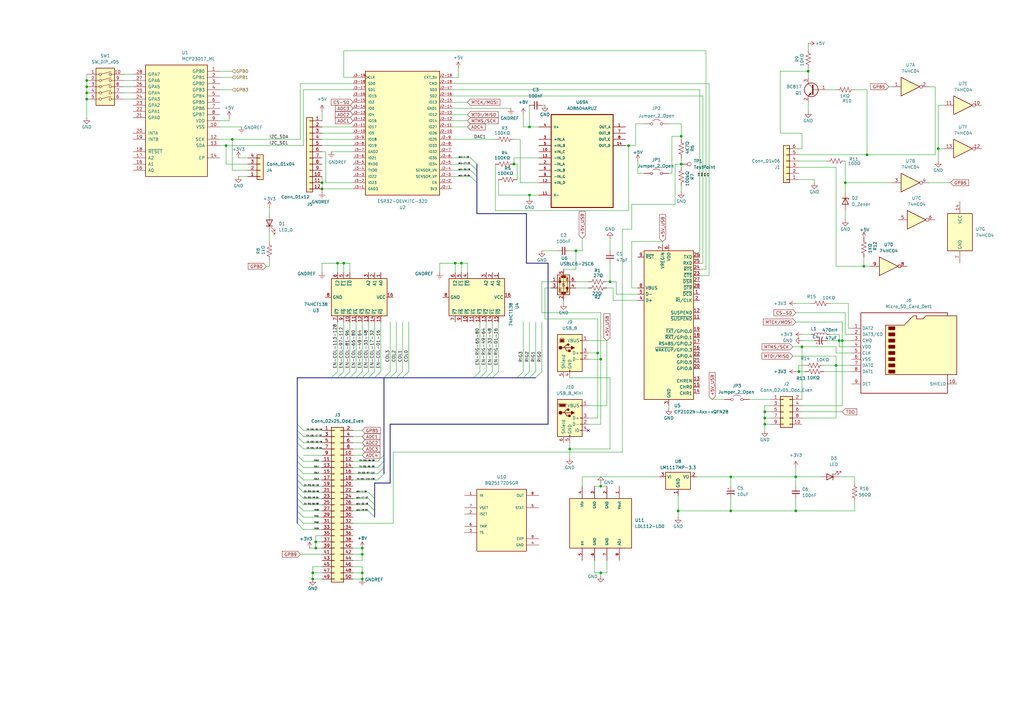
<source format=kicad_sch>
(kicad_sch (version 20250114) (generator "eeschema") (generator_version "9.0")
  (paper "A3")
  (junction (at 327.66 152.4))
  (junction (at 342.9 149.86))
  (junction (at 328.93 142.24))
  (junction (at 217.17 80.01))
  (junction (at 355.6 63.5))
  (junction (at 313.69 168.91))
  (junction (at 246.38 147.32))
  (junction (at 246.38 199.39))
  (junction (at 246.38 234.95))
  (junction (at 128.27 234.95))
  (junction (at 148.59 237.49))
  (junction (at 250.19 115.57))
  (junction (at 35.56 38.1))
  (junction (at 132.08 77.47))
  (junction (at 95.25 57.15))
  (junction (at 346.71 74.93))
  (junction (at 344.17 139.7))
  (junction (at 257.81 59.72))
  (junction (at 278.13 209.55))
  (junction (at 279.4 55.88))
  (junction (at 326.39 195.58))
  (junction (at 313.69 173.99))
  (junction (at 354.33 109.22))
  (junction (at 384.81 60.96))
  (junction (at 92.71 59.69))
  (junction (at 233.68 184.15))
  (junction (at 148.59 224.79))
  (junction (at 299.72 195.58))
  (junction (at 148.59 227.33))
  (junction (at 138.43 107.95))
  (junction (at 326.39 209.55))
  (junction (at 345.44 139.7))
  (junction (at 148.59 234.95))
  (junction (at 189.23 107.95))
  (junction (at 313.69 171.45))
  (junction (at 245.11 144.78))
  (junction (at 279.4 67.31))
  (junction (at 35.56 40.64))
  (junction (at 35.56 33.02))
  (junction (at 331.47 29.21))
  (junction (at 140.97 107.95))
  (junction (at 132.08 74.93))
  (junction (at 128.27 237.49))
  (junction (at 35.56 35.56))
  (junction (at 186.69 107.95))
  (junction (at 299.72 209.55))
  (junction (at 217.17 52.07))
  (junction (at 210.82 67.31))
  (junction (at 236.22 102.87))
  (junction (at 129.54 224.79))
  (junction (at 129.54 222.25))
  (no_connect (at 241.3 176.53))
  (bus_entry (at 217.17 152.4) (size -2.54 2.54))
  (bus_entry (at 167.64 152.4) (size -2.54 2.54))
  (bus_entry (at 121.92 212.09) (size 2.54 2.54))
  (bus_entry (at 156.21 152.4) (size -2.54 2.54))
  (bus_entry (at 121.92 204.47) (size 2.54 2.54))
  (bus_entry (at 121.92 209.55) (size 2.54 2.54))
  (bus_entry (at 165.1 152.4) (size -2.54 2.54))
  (bus_entry (at 154.94 196.85) (size 2.54 -2.54))
  (bus_entry (at 138.43 152.4) (size -2.54 2.54))
  (bus_entry (at 160.02 152.4) (size -2.54 2.54))
  (bus_entry (at 140.97 152.4) (size -2.54 2.54))
  (bus_entry (at 214.63 152.4) (size -2.54 2.54))
  (bus_entry (at 199.39 152.4) (size -2.54 2.54))
  (bus_entry (at 121.92 207.01) (size 2.54 2.54))
  (bus_entry (at 157.48 186.69) (size -2.54 2.54))
  (bus_entry (at 151.13 152.4) (size -2.54 2.54))
  (bus_entry (at 162.56 152.4) (size -2.54 2.54))
  (bus_entry (at 121.92 181.61) (size 2.54 2.54))
  (bus_entry (at 121.92 173.99) (size 2.54 2.54))
  (bus_entry (at 121.92 196.85) (size 2.54 2.54))
  (bus_entry (at 121.92 176.53) (size 2.54 2.54))
  (bus_entry (at 121.92 191.77) (size 2.54 2.54))
  (bus_entry (at 157.48 189.23) (size -2.54 2.54))
  (bus_entry (at 148.59 152.4) (size -2.54 2.54))
  (bus_entry (at 222.25 152.4) (size -2.54 2.54))
  (bus_entry (at 121.92 189.23) (size 2.54 2.54))
  (bus_entry (at 193.04 72.39) (size 2.54 2.54))
  (bus_entry (at 154.94 194.31) (size 2.54 -2.54))
  (bus_entry (at 201.93 152.4) (size -2.54 2.54))
  (bus_entry (at 193.04 64.77) (size 2.54 2.54))
  (bus_entry (at 151.13 201.93) (size 2.54 2.54))
  (bus_entry (at 143.51 152.4) (size -2.54 2.54))
  (bus_entry (at 193.04 69.85) (size 2.54 2.54))
  (bus_entry (at 151.13 204.47) (size 2.54 2.54))
  (bus_entry (at 121.92 199.39) (size 2.54 2.54))
  (bus_entry (at 204.47 152.4) (size -2.54 2.54))
  (bus_entry (at 153.67 152.4) (size -2.54 2.54))
  (bus_entry (at 146.05 152.4) (size -2.54 2.54))
  (bus_entry (at 151.13 209.55) (size 2.54 2.54))
  (bus_entry (at 121.92 214.63) (size 2.54 2.54))
  (bus_entry (at 219.71 152.4) (size -2.54 2.54))
  (bus_entry (at 121.92 186.69) (size 2.54 2.54))
  (bus_entry (at 121.92 201.93) (size 2.54 2.54))
  (bus_entry (at 193.04 67.31) (size 2.54 2.54))
  (bus_entry (at 196.85 152.4) (size -2.54 2.54))
  (bus_entry (at 121.92 194.31) (size 2.54 2.54))
  (bus_entry (at 151.13 207.01) (size 2.54 2.54))
  (bus_entry (at 121.92 179.07) (size 2.54 2.54))
  (wire (pts (xy 138.43 107.95) (xy 138.43 111.76)))
  (wire (pts (xy 222.25 132.08) (xy 222.25 152.4)))
  (wire (pts (xy 129.54 222.25) (xy 129.54 219.71)))
  (wire (pts (xy 347.98 134.62) (xy 347.98 124.46)))
  (wire (pts (xy 124.46 212.09) (xy 132.08 212.09)))
  (wire (pts (xy 325.12 146.05) (xy 342.9 146.05)))
  (wire (pts (xy 148.59 179.07) (xy 144.78 179.07)))
  (bus (pts (xy 121.92 201.93) (xy 121.92 204.47)))
  (wire (pts (xy 148.59 232.41) (xy 148.59 234.95)))
  (wire (pts (xy 339.09 139.7) (xy 344.17 139.7)))
  (wire (pts (xy 278.13 203.2) (xy 278.13 209.55)))
  (wire (pts (xy 135.89 62.23) (xy 144.78 62.23)))
  (wire (pts (xy 214.63 52.07) (xy 217.17 52.07)))
  (wire (pts (xy 261.62 123.19) (xy 251.46 123.19)))
  (bus (pts (xy 195.58 67.31) (xy 195.58 69.85)))
  (wire (pts (xy 327.66 68.58) (xy 342.9 68.58)))
  (wire (pts (xy 384.81 43.18) (xy 384.81 60.96)))
  (bus (pts (xy 199.39 154.94) (xy 201.93 154.94)))
  (wire (pts (xy 124.46 176.53) (xy 132.08 176.53)))
  (wire (pts (xy 222.25 102.87) (xy 228.6 102.87)))
  (wire (pts (xy 132.08 52.07) (xy 144.78 52.07)))
  (wire (pts (xy 101.6 69.85) (xy 95.25 69.85)))
  (wire (pts (xy 345.44 166.37) (xy 345.44 139.7)))
  (wire (pts (xy 132.08 45.72) (xy 132.08 49.53)))
  (wire (pts (xy 279.4 78.74) (xy 279.4 76.2)))
  (wire (pts (xy 144.78 237.49) (xy 148.59 237.49)))
  (bus (pts (xy 121.92 176.53) (xy 121.92 179.07)))
  (wire (pts (xy 350.52 209.55) (xy 326.39 209.55)))
  (bus (pts (xy 138.43 154.94) (xy 135.89 154.94)))
  (wire (pts (xy 132.08 74.93) (xy 132.08 77.47)))
  (bus (pts (xy 121.92 189.23) (xy 121.92 191.77)))
  (wire (pts (xy 50.8 33.02) (xy 54.61 33.02)))
  (wire (pts (xy 148.59 176.53) (xy 144.78 176.53)))
  (wire (pts (xy 213.36 74.93) (xy 213.36 57.15)))
  (wire (pts (xy 50.8 40.64) (xy 54.61 40.64)))
  (wire (pts (xy 238.76 102.87) (xy 236.22 102.87)))
  (wire (pts (xy 248.92 234.95) (xy 246.38 234.95)))
  (wire (pts (xy 313.69 171.45) (xy 316.23 171.45)))
  (bus (pts (xy 153.67 209.55) (xy 153.67 212.09)))
  (wire (pts (xy 275.59 71.12) (xy 274.32 71.12)))
  (wire (pts (xy 140.97 107.95) (xy 138.43 107.95)))
  (wire (pts (xy 144.78 204.47) (xy 151.13 204.47)))
  (wire (pts (xy 245.11 171.45) (xy 245.11 144.78)))
  (bus (pts (xy 157.48 186.69) (xy 157.48 189.23)))
  (wire (pts (xy 264.16 50.8) (xy 260.7086 50.8)))
  (wire (pts (xy 339.09 36.83) (xy 342.9 36.83)))
  (wire (pts (xy 148.59 181.61) (xy 144.78 181.61)))
  (wire (pts (xy 246.38 173.99) (xy 246.38 147.32)))
  (wire (pts (xy 334.01 73.66) (xy 327.66 73.66)))
  (wire (pts (xy 279.4 67.31) (xy 276.86 67.31)))
  (wire (pts (xy 245.11 130.81) (xy 245.11 144.78)))
  (wire (pts (xy 212.09 67.31) (xy 210.82 67.31)))
  (wire (pts (xy 35.56 35.56) (xy 35.56 38.1)))
  (wire (pts (xy 328.93 60.96) (xy 328.93 54.61)))
  (wire (pts (xy 259.08 93.98) (xy 255.27 93.98)))
  (wire (pts (xy 350.52 205.74) (xy 350.52 209.55)))
  (wire (pts (xy 123.19 34.29) (xy 144.78 34.29)))
  (wire (pts (xy 313.69 168.91) (xy 313.69 171.45)))
  (wire (pts (xy 124.46 184.15) (xy 132.08 184.15)))
  (wire (pts (xy 250.19 107.95) (xy 250.19 115.57)))
  (wire (pts (xy 196.85 132.08) (xy 196.85 152.4)))
  (wire (pts (xy 217.17 52.07) (xy 220.98 52.07)))
  (wire (pts (xy 327.66 63.5) (xy 355.6 63.5)))
  (wire (pts (xy 127 224.79) (xy 129.54 224.79)))
  (wire (pts (xy 326.39 152.4) (xy 327.66 152.4)))
  (wire (pts (xy 326.39 191.77) (xy 326.39 195.58)))
  (bus (pts (xy 157.48 191.77) (xy 157.48 194.31)))
  (wire (pts (xy 364.49 35.56) (xy 365.76 35.56)))
  (wire (pts (xy 275.59 55.88) (xy 275.59 71.12)))
  (wire (pts (xy 328.93 137.16) (xy 332.74 137.16)))
  (wire (pts (xy 123.19 227.33) (xy 132.08 227.33)))
  (wire (pts (xy 97.79 72.39) (xy 101.6 72.39)))
  (wire (pts (xy 326.39 128.27) (xy 346.71 128.27)))
  (bus (pts (xy 153.67 207.01) (xy 153.67 209.55)))
  (wire (pts (xy 124.46 186.69) (xy 132.08 186.69)))
  (wire (pts (xy 185.42 72.39) (xy 193.04 72.39)))
  (bus (pts (xy 121.92 194.31) (xy 121.92 196.85)))
  (wire (pts (xy 299.72 209.55) (xy 278.13 209.55)))
  (wire (pts (xy 236.22 102.87) (xy 236.22 110.49)))
  (wire (pts (xy 320.04 54.61) (xy 320.04 29.21)))
  (wire (pts (xy 354.33 105.41) (xy 354.33 109.22)))
  (wire (pts (xy 185.42 57.15) (xy 203.2 57.15)))
  (wire (pts (xy 331.47 45.72) (xy 331.47 41.91)))
  (wire (pts (xy 342.9 144.78) (xy 342.9 142.24)))
  (wire (pts (xy 226.06 118.11) (xy 223.52 118.11)))
  (wire (pts (xy 189.23 107.95) (xy 186.69 107.95)))
  (wire (pts (xy 250.19 184.15) (xy 233.68 184.15)))
  (wire (pts (xy 217.17 80.01) (xy 217.17 81.28)))
  (bus (pts (xy 157.48 154.94) (xy 153.67 154.94)))
  (wire (pts (xy 349.25 134.62) (xy 347.98 134.62)))
  (wire (pts (xy 97.79 64.77) (xy 101.6 64.77)))
  (wire (pts (xy 381 35.56) (xy 383.54 35.56)))
  (wire (pts (xy 50.8 30.48) (xy 54.61 30.48)))
  (bus (pts (xy 195.58 72.39) (xy 195.58 74.93)))
  (wire (pts (xy 123.19 57.15) (xy 123.19 34.29)))
  (wire (pts (xy 148.59 227.33) (xy 148.59 224.79)))
  (wire (pts (xy 199.39 132.08) (xy 199.39 152.4)))
  (wire (pts (xy 95.25 29.21) (xy 90.17 29.21)))
  (wire (pts (xy 344.17 137.16) (xy 344.17 139.7)))
  (wire (pts (xy 389.89 74.93) (xy 381 74.93)))
  (wire (pts (xy 328.93 60.96) (xy 327.66 60.96)))
  (wire (pts (xy 129.54 224.79) (xy 132.08 224.79)))
  (wire (pts (xy 50.8 35.56) (xy 54.61 35.56)))
  (bus (pts (xy 121.92 207.01) (xy 121.92 209.55)))
  (wire (pts (xy 185.42 69.85) (xy 193.04 69.85)))
  (wire (pts (xy 246.38 199.39) (xy 248.92 199.39)))
  (wire (pts (xy 260.7086 59.72) (xy 257.81 59.72)))
  (wire (pts (xy 246.38 128.27) (xy 246.38 147.32)))
  (wire (pts (xy 290.83 34.29) (xy 290.83 113.03)))
  (wire (pts (xy 327.66 152.4) (xy 330.2 152.4)))
  (wire (pts (xy 144.78 191.77) (xy 154.94 191.77)))
  (wire (pts (xy 140.97 31.75) (xy 144.78 31.75)))
  (wire (pts (xy 144.78 201.93) (xy 151.13 201.93)))
  (wire (pts (xy 124.46 199.39) (xy 132.08 199.39)))
  (wire (pts (xy 35.56 38.1) (xy 35.56 40.64)))
  (wire (pts (xy 185.42 46.99) (xy 191.77 46.99)))
  (wire (pts (xy 186.69 107.95) (xy 180.34 107.95)))
  (wire (pts (xy 236.22 115.57) (xy 241.3 115.57)))
  (wire (pts (xy 110.49 109.22) (xy 110.49 106.68)))
  (wire (pts (xy 299.72 195.58) (xy 326.39 195.58)))
  (wire (pts (xy 144.78 36.83) (xy 124.46 36.83)))
  (bus (pts (xy 201.93 154.94) (xy 212.09 154.94)))
  (wire (pts (xy 278.13 209.55) (xy 278.13 212.09)))
  (wire (pts (xy 217.17 43.18) (xy 217.17 52.07)))
  (wire (pts (xy 337.82 152.4) (xy 349.25 152.4)))
  (bus (pts (xy 160.02 154.94) (xy 157.48 154.94)))
  (wire (pts (xy 124.46 196.85) (xy 132.08 196.85)))
  (bus (pts (xy 199.39 154.94) (xy 196.85 154.94)))
  (wire (pts (xy 185.42 39.37) (xy 288.29 39.37)))
  (wire (pts (xy 185.42 49.53) (xy 191.77 49.53)))
  (wire (pts (xy 129.54 224.79) (xy 129.54 222.25)))
  (bus (pts (xy 219.71 154.94) (xy 217.17 154.94)))
  (wire (pts (xy 35.56 30.48) (xy 35.56 33.02)))
  (wire (pts (xy 328.93 168.91) (xy 345.44 168.91)))
  (wire (pts (xy 161.29 185.42) (xy 255.27 185.42)))
  (wire (pts (xy 144.78 57.15) (xy 132.08 57.15)))
  (wire (pts (xy 260.7086 50.8) (xy 260.7086 59.72)))
  (wire (pts (xy 241.3 173.99) (xy 246.38 173.99)))
  (bus (pts (xy 121.92 191.77) (xy 121.92 194.31)))
  (wire (pts (xy 327.66 149.86) (xy 327.66 152.4)))
  (wire (pts (xy 124.46 179.07) (xy 132.08 179.07)))
  (wire (pts (xy 355.6 36.83) (xy 355.6 63.5)))
  (wire (pts (xy 246.38 198.12) (xy 246.38 199.39)))
  (wire (pts (xy 187.96 31.75) (xy 187.96 27.94)))
  (wire (pts (xy 203.2 86.36) (xy 257.81 86.36)))
  (bus (pts (xy 165.1 154.94) (xy 194.31 154.94)))
  (wire (pts (xy 289.56 20.8204) (xy 289.56 110.49)))
  (wire (pts (xy 346.71 74.93) (xy 365.76 74.93)))
  (wire (pts (xy 340.36 124.46) (xy 347.98 124.46)))
  (wire (pts (xy 217.17 80.01) (xy 220.98 80.01)))
  (wire (pts (xy 148.59 184.15) (xy 144.78 184.15)))
  (wire (pts (xy 257.81 59.69) (xy 256.54 59.69)))
  (wire (pts (xy 299.72 204.47) (xy 299.72 209.55)))
  (bus (pts (xy 153.67 204.47) (xy 153.67 207.01)))
  (wire (pts (xy 342.9 149.86) (xy 342.9 171.45)))
  (wire (pts (xy 210.82 64.77) (xy 210.82 67.31)))
  (bus (pts (xy 121.92 204.47) (xy 121.92 207.01)))
  (wire (pts (xy 128.27 234.95) (xy 128.27 237.49)))
  (wire (pts (xy 148.59 132.08) (xy 148.59 152.4)))
  (wire (pts (xy 287.02 36.83) (xy 287.02 105.41)))
  (wire (pts (xy 241.3 166.37) (xy 248.92 166.37)))
  (wire (pts (xy 238.76 97.79) (xy 238.76 102.87)))
  (wire (pts (xy 259.08 118.11) (xy 259.08 99.06)))
  (wire (pts (xy 124.46 194.31) (xy 132.08 194.31)))
  (wire (pts (xy 204.47 80.01) (xy 217.17 80.01)))
  (wire (pts (xy 246.38 147.32) (xy 241.3 147.32)))
  (wire (pts (xy 129.54 219.71) (xy 132.08 219.71)))
  (wire (pts (xy 148.59 229.87) (xy 148.59 227.33)))
  (wire (pts (xy 299.72 199.39) (xy 299.72 195.58)))
  (wire (pts (xy 109.22 109.22) (xy 110.49 109.22)))
  (wire (pts (xy 144.78 194.31) (xy 154.94 194.31)))
  (wire (pts (xy 50.8 38.1) (xy 54.61 38.1)))
  (wire (pts (xy 201.93 132.08) (xy 201.93 152.4)))
  (wire (pts (xy 251.46 123.19) (xy 251.46 118.11)))
  (wire (pts (xy 124.46 36.83) (xy 124.46 59.69)))
  (wire (pts (xy 344.17 139.7) (xy 344.17 142.24)))
  (wire (pts (xy 261.62 120.65) (xy 252.73 120.65)))
  (wire (pts (xy 387.35 60.96) (xy 384.81 60.96)))
  (wire (pts (xy 124.46 209.55) (xy 132.08 209.55)))
  (wire (pts (xy 316.23 166.37) (xy 313.69 166.37)))
  (wire (pts (xy 101.6 67.31) (xy 92.71 67.31)))
  (wire (pts (xy 185.42 52.07) (xy 191.77 52.07)))
  (wire (pts (xy 132.08 232.41) (xy 128.27 232.41)))
  (wire (pts (xy 328.93 166.37) (xy 345.44 166.37)))
  (bus (pts (xy 214.63 154.94) (xy 212.09 154.94)))
  (wire (pts (xy 140.97 107.95) (xy 140.97 111.76)))
  (wire (pts (xy 345.44 139.7) (xy 345.44 132.08)))
  (wire (pts (xy 243.84 234.95) (xy 246.38 234.95)))
  (wire (pts (xy 326.39 132.08) (xy 345.44 132.08)))
  (wire (pts (xy 328.93 142.24) (xy 328.93 163.83)))
  (wire (pts (xy 241.3 144.78) (xy 245.11 144.78)))
  (bus (pts (xy 121.92 181.61) (xy 121.92 186.69)))
  (bus (pts (xy 140.97 154.94) (xy 138.43 154.94)))
  (bus (pts (xy 121.92 186.69) (xy 121.92 189.23)))
  (wire (pts (xy 346.71 74.93) (xy 346.71 78.74)))
  (wire (pts (xy 143.51 132.08) (xy 143.51 152.4)))
  (wire (pts (xy 124.46 214.63) (xy 132.08 214.63)))
  (wire (pts (xy 124.46 207.01) (xy 132.08 207.01)))
  (wire (pts (xy 354.33 109.22) (xy 356.87 109.22)))
  (wire (pts (xy 144.78 227.33) (xy 148.59 227.33)))
  (wire (pts (xy 250.19 115.57) (xy 248.92 115.57)))
  (wire (pts (xy 140.97 20.8204) (xy 289.56 20.8204)))
  (wire (pts (xy 128.27 232.41) (xy 128.27 234.95)))
  (wire (pts (xy 326.39 209.55) (xy 299.72 209.55)))
  (wire (pts (xy 346.71 137.16) (xy 346.71 128.27)))
  (wire (pts (xy 220.98 74.93) (xy 213.36 74.93)))
  (wire (pts (xy 279.4 55.88) (xy 275.59 55.88)))
  (wire (pts (xy 132.08 77.47) (xy 132.08 78.74)))
  (wire (pts (xy 313.69 171.45) (xy 313.69 173.99)))
  (wire (pts (xy 95.25 57.15) (xy 95.25 69.85)))
  (wire (pts (xy 129.54 222.25) (xy 132.08 222.25)))
  (wire (pts (xy 143.51 111.76) (xy 143.51 107.95)))
  (wire (pts (xy 185.42 44.45) (xy 209.55 44.45)))
  (bus (pts (xy 165.1 154.94) (xy 162.56 154.94)))
  (wire (pts (xy 191.77 107.95) (xy 189.23 107.95)))
  (wire (pts (xy 251.46 118.11) (xy 248.92 118.11)))
  (wire (pts (xy 326.39 204.47) (xy 326.39 209.55)))
  (wire (pts (xy 243.84 229.87) (xy 243.84 234.95)))
  (wire (pts (xy 328.93 171.45) (xy 342.9 171.45)))
  (wire (pts (xy 138.43 107.95) (xy 132.08 107.95)))
  (wire (pts (xy 185.42 36.83) (xy 287.02 36.83)))
  (wire (pts (xy 217.17 132.08) (xy 217.17 152.4)))
  (wire (pts (xy 331.47 29.21) (xy 331.47 31.75)))
  (wire (pts (xy 133.5814 74.93) (xy 144.78 74.93)))
  (wire (pts (xy 138.43 132.08) (xy 138.43 152.4)))
  (wire (pts (xy 326.39 124.46) (xy 332.74 124.46)))
  (wire (pts (xy 270.51 195.58) (xy 238.76 195.58)))
  (wire (pts (xy 124.46 59.69) (xy 92.71 59.69)))
  (wire (pts (xy 231.14 110.49) (xy 236.22 110.49)))
  (wire (pts (xy 144.78 196.85) (xy 154.94 196.85)))
  (wire (pts (xy 132.08 234.95) (xy 128.27 234.95)))
  (wire (pts (xy 124.46 201.93) (xy 132.08 201.93)))
  (wire (pts (xy 180.34 107.95) (xy 180.34 111.76)))
  (wire (pts (xy 328.93 139.7) (xy 334.01 139.7)))
  (wire (pts (xy 144.78 234.95) (xy 148.59 234.95)))
  (wire (pts (xy 279.4 67.31) (xy 279.4 68.58)))
  (wire (pts (xy 255.27 93.98) (xy 255.27 185.42)))
  (wire (pts (xy 344.17 137.16) (xy 340.36 137.16)))
  (wire (pts (xy 320.04 29.21) (xy 331.47 29.21)))
  (wire (pts (xy 95.25 31.75) (xy 90.17 31.75)))
  (wire (pts (xy 133.5814 62.23) (xy 133.5814 74.93)))
  (wire (pts (xy 252.73 120.65) (xy 252.73 115.57)))
  (wire (pts (xy 288.29 39.37) (xy 288.29 107.95)))
  (wire (pts (xy 313.69 173.99) (xy 313.69 176.53)))
  (bus (pts (xy 143.51 154.94) (xy 140.97 154.94)))
  (bus (pts (xy 135.89 154.94) (xy 121.92 154.94)))
  (bus (pts (xy 215.9 107.95) (xy 224.79 107.95)))
  (wire (pts (xy 292.1 163.83) (xy 297.18 163.83)))
  (wire (pts (xy 222.25 43.18) (xy 223.52 43.18)))
  (bus (pts (xy 121.92 154.94) (xy 121.92 173.99)))
  (wire (pts (xy 346.71 66.04) (xy 346.71 74.93)))
  (wire (pts (xy 330.2 149.86) (xy 327.66 149.86)))
  (wire (pts (xy 285.75 195.58) (xy 299.72 195.58)))
  (wire (pts (xy 383.54 63.5) (xy 355.6 63.5)))
  (wire (pts (xy 313.69 168.91) (xy 316.23 168.91)))
  (wire (pts (xy 140.97 20.8204) (xy 140.97 31.75)))
  (wire (pts (xy 279.4 50.8) (xy 279.4 55.88)))
  (wire (pts (xy 252.73 115.57) (xy 250.19 115.57)))
  (wire (pts (xy 219.71 132.08) (xy 219.71 152.4)))
  (wire (pts (xy 344.17 195.58) (xy 350.52 195.58)))
  (wire (pts (xy 328.93 142.24) (xy 342.9 142.24)))
  (wire (pts (xy 110.49 85.09) (xy 110.49 87.63)))
  (bus (pts (xy 121.92 209.55) (xy 121.92 212.09)))
  (wire (pts (xy 148.59 234.95) (xy 148.59 237.49)))
  (wire (pts (xy 90.17 57.15) (xy 95.25 57.15)))
  (wire (pts (xy 349.25 137.16) (xy 346.71 137.16)))
  (wire (pts (xy 124.46 204.47) (xy 132.08 204.47)))
  (bus (pts (xy 162.56 154.94) (xy 160.02 154.94)))
  (wire (pts (xy 144.78 214.63) (xy 161.29 214.63)))
  (wire (pts (xy 279.4 55.88) (xy 279.4 57.15)))
  (wire (pts (xy 220.98 64.77) (xy 210.82 64.77)))
  (bus (pts (xy 157.48 154.94) (xy 157.48 186.69)))
  (wire (pts (xy 132.08 107.95) (xy 132.08 111.76)))
  (wire (pts (xy 238.76 195.58) (xy 238.76 199.39)))
  (wire (pts (xy 342.9 109.22) (xy 354.33 109.22)))
  (wire (pts (xy 250.19 154.94) (xy 250.19 184.15)))
  (bus (pts (xy 196.85 154.94) (xy 194.31 154.94)))
  (bus (pts (xy 215.9 87.63) (xy 215.9 107.95)))
  (wire (pts (xy 384.81 60.96) (xy 384.81 66.04)))
  (wire (pts (xy 132.08 62.23) (xy 133.5814 62.23)))
  (wire (pts (xy 90.17 49.53) (xy 93.98 49.53)))
  (wire (pts (xy 248.92 229.87) (xy 248.92 234.95)))
  (wire (pts (xy 326.39 195.58) (xy 336.55 195.58)))
  (wire (pts (xy 261.62 66.04) (xy 261.62 71.12)))
  (wire (pts (xy 350.52 195.58) (xy 350.52 198.12)))
  (wire (pts (xy 383.54 35.56) (xy 383.54 63.5)))
  (wire (pts (xy 274.32 50.8) (xy 279.4 50.8)))
  (wire (pts (xy 203.2 67.31) (xy 203.2 86.36)))
  (wire (pts (xy 124.46 189.23) (xy 132.08 189.23)))
  (wire (pts (xy 257.81 59.72) (xy 257.81 59.69)))
  (wire (pts (xy 226.06 115.57) (xy 222.25 115.57)))
  (wire (pts (xy 124.46 191.77) (xy 132.08 191.77)))
  (wire (pts (xy 90.17 52.07) (xy 99.06 52.07)))
  (wire (pts (xy 144.78 209.55) (xy 151.13 209.55)))
  (wire (pts (xy 161.29 214.63) (xy 161.29 185.42)))
  (wire (pts (xy 325.12 142.24) (xy 328.93 142.24)))
  (wire (pts (xy 92.71 59.69) (xy 90.17 59.69)))
  (wire (pts (xy 243.84 199.39) (xy 246.38 199.39)))
  (wire (pts (xy 185.42 41.91) (xy 191.77 41.91)))
  (wire (pts (xy 95.25 57.15) (xy 123.19 57.15)))
  (wire (pts (xy 259.08 83.82) (xy 259.08 93.98)))
  (wire (pts (xy 110.49 95.25) (xy 110.49 99.06)))
  (wire (pts (xy 222.25 128.27) (xy 246.38 128.27)))
  (bus (pts (xy 153.67 154.94) (xy 151.13 154.94)))
  (bus (pts (xy 121.92 212.09) (xy 121.92 214.63)))
  (wire (pts (xy 167.64 132.08) (xy 167.64 152.4)))
  (wire (pts (xy 162.56 132.08) (xy 162.56 152.4)))
  (wire (pts (xy 261.62 71.12) (xy 264.16 71.12)))
  (bus (pts (xy 121.92 173.99) (xy 121.92 176.53)))
  (wire (pts (xy 212.09 73.66) (xy 212.09 67.31)))
  (wire (pts (xy 313.69 173.99) (xy 316.23 173.99)))
  (bus (pts (xy 224.79 107.95) (xy 224.79 173.99)))
  (wire (pts (xy 93.98 49.53) (xy 93.98 48.26)))
  (wire (pts (xy 231.14 123.19) (xy 231.14 124.46)))
  (wire (pts (xy 241.3 139.7) (xy 248.92 139.7)))
  (wire (pts (xy 144.78 189.23) (xy 154.94 189.23)))
  (wire (pts (xy 387.35 43.18) (xy 384.81 43.18)))
  (wire (pts (xy 307.34 163.83) (xy 316.23 163.83)))
  (wire (pts (xy 144.78 232.41) (xy 148.59 232.41)))
  (wire (pts (xy 151.13 132.08) (xy 151.13 152.4)))
  (wire (pts (xy 140.97 132.08) (xy 140.97 152.4)))
  (wire (pts (xy 214.63 132.08) (xy 214.63 152.4)))
  (wire (pts (xy 331.47 17.78) (xy 331.47 20.32)))
  (wire (pts (xy 349.25 139.7) (xy 345.44 139.7)))
  (wire (pts (xy 248.92 139.7) (xy 248.92 166.37)))
  (wire (pts (xy 35.56 40.64) (xy 35.56 48.26)))
  (wire (pts (xy 144.78 207.01) (xy 151.13 207.01)))
  (wire (pts (xy 143.51 107.95) (xy 140.97 107.95)))
  (wire (pts (xy 214.63 46.99) (xy 214.63 52.07)))
  (wire (pts (xy 246.38 236.22) (xy 246.38 234.95)))
  (bus (pts (xy 195.58 74.93) (xy 195.58 87.63)))
  (wire (pts (xy 204.47 73.66) (xy 204.47 80.01)))
  (wire (pts (xy 189.23 107.95) (xy 189.23 111.76)))
  (bus (pts (xy 146.05 154.94) (xy 143.51 154.94)))
  (wire (pts (xy 222.25 115.57) (xy 222.25 128.27)))
  (wire (pts (xy 342.9 68.58) (xy 342.9 109.22)))
  (wire (pts (xy 257.81 86.36) (xy 257.81 59.72)))
  (wire (pts (xy 287.02 107.95) (xy 288.29 107.95)))
  (wire (pts (xy 165.1 132.08) (xy 165.1 152.4)))
  (wire (pts (xy 185.42 31.75) (xy 187.96 31.75)))
  (wire (pts (xy 350.52 36.83) (xy 355.6 36.83)))
  (wire (pts (xy 276.86 83.82) (xy 259.08 83.82)))
  (wire (pts (xy 146.05 132.08) (xy 146.05 152.4)))
  (wire (pts (xy 346.71 90.17) (xy 346.71 86.36)))
  (wire (pts (xy 185.42 67.31) (xy 193.04 67.31)))
  (wire (pts (xy 261.62 118.11) (xy 259.08 118.11)))
  (bus (pts (xy 160.02 198.12) (xy 153.67 198.12)))
  (bus (pts (xy 160.02 173.99) (xy 160.02 198.12)))
  (wire (pts (xy 279.4 64.77) (xy 279.4 67.31)))
  (bus (pts (xy 195.58 69.85) (xy 195.58 72.39)))
  (bus (pts (xy 148.59 154.94) (xy 146.05 154.94)))
  (wire (pts (xy 233.68 184.15) (xy 233.68 187.96)))
  (wire (pts (xy 144.78 229.87) (xy 148.59 229.87)))
  (bus (pts (xy 217.17 154.94) (xy 214.63 154.94)))
  (wire (pts (xy 241.3 171.45) (xy 245.11 171.45)))
  (wire (pts (xy 92.71 67.31) (xy 92.71 59.69)))
  (wire (pts (xy 223.52 118.11) (xy 223.52 130.81)))
  (bus (pts (xy 151.13 154.94) (xy 148.59 154.94)))
  (bus (pts (xy 121.92 179.07) (xy 121.92 181.61)))
  (wire (pts (xy 342.9 144.78) (xy 349.25 144.78)))
  (wire (pts (xy 271.78 99.06) (xy 271.78 100.33)))
  (wire (pts (xy 313.69 166.37) (xy 313.69 168.91)))
  (wire (pts (xy 276.86 67.31) (xy 276.86 83.82)))
  (wire (pts (xy 250.19 97.79) (xy 250.19 102.87)))
  (wire (pts (xy 144.78 54.61) (xy 132.08 54.61)))
  (wire (pts (xy 95.25 36.83) (xy 90.17 36.83)))
  (wire (pts (xy 213.36 57.15) (xy 210.82 57.15)))
  (wire (pts (xy 326.39 199.39) (xy 326.39 195.58)))
  (wire (pts (xy 328.93 54.61) (xy 320.04 54.61)))
  (wire (pts (xy 290.83 34.29) (xy 185.42 34.29)))
  (wire (pts (xy 337.82 149.86) (xy 342.9 149.86)))
  (wire (pts (xy 128.27 237.49) (xy 132.08 237.49)))
  (wire (pts (xy 35.56 33.02) (xy 35.56 35.56)))
  (wire (pts (xy 289.56 110.49) (xy 287.02 110.49)))
  (bus (pts (xy 160.02 173.99) (xy 224.79 173.99)))
  (wire (pts (xy 287.02 113.03) (xy 290.83 113.03)))
  (bus (pts (xy 121.92 196.85) (xy 121.92 199.39)))
  (wire (pts (xy 156.21 132.08) (xy 156.21 152.4)))
  (wire (pts (xy 132.08 72.39) (xy 132.08 74.93)))
  (wire (pts (xy 342.9 149.86) (xy 342.9 146.05)))
  (wire (pts (xy 185.42 64.77) (xy 193.04 64.77)))
  (wire (pts (xy 274.32 166.37) (xy 274.32 167.64)))
  (wire (pts (xy 144.78 224.79) (xy 148.59 224.79)))
  (wire (pts (xy 124.46 181.61) (xy 132.08 181.61)))
  (wire (pts (xy 349.25 142.24) (xy 344.17 142.24)))
  (wire (pts (xy 144.78 59.69) (xy 132.08 59.69)))
  (wire (pts (xy 191.77 111.76) (xy 191.77 107.95)))
  (wire (pts (xy 144.78 186.69) (xy 148.59 186.69)))
  (wire (pts (xy 233.68 184.15) (xy 233.68 181.61)))
  (bus (pts (xy 195.58 87.63) (xy 215.9 87.63)))
  (wire (pts (xy 132.08 77.47) (xy 144.78 77.47)))
  (wire (pts (xy 223.52 130.81) (xy 245.11 130.81)))
  (bus (pts (xy 121.92 199.39) (xy 121.92 201.93)))
  (wire (pts (xy 186.69 107.95) (xy 186.69 111.76)))
  (wire (pts (xy 124.46 217.17) (xy 132.08 217.17)))
  (wire (pts (xy 259.08 99.06) (xy 271.78 99.06)))
  (bus (pts (xy 153.67 198.12) (xy 153.67 204.47)))
  (wire (pts (xy 342.9 149.86) (xy 349.25 149.86)))
  (wire (pts (xy 160.02 132.08) (xy 160.02 152.4)))
  (wire (pts (xy 241.3 118.11) (xy 236.22 118.11)))
  (wire (pts (xy 327.66 66.04) (xy 339.09 66.04)))
  (wire (pts (xy 153.67 132.08) (xy 153.67 152.4)))
  (wire (pts (xy 204.47 132.08) (xy 204.47 152.4)))
  (wire (pts (xy 233.68 154.94) (xy 250.19 154.94)))
  (wire (pts (xy 331.47 27.94) (xy 331.47 29.21)))
  (wire (pts (xy 334.01 74.93) (xy 334.01 73.66)))
  (wire (pts (xy 233.68 102.87) (xy 236.22 102.87)))
  (bus (pts (xy 157.48 189.23) (xy 157.48 191.77)))
  (label "RIG2" (at 217.17 148.59 90))
  (label "EN-COL-33-48" (at 125.73 181.61 0) (effects (font (size 0.508 0.508))))
  (label "EN-COL-97-112" (at 153.67 194.31 180) (effects (font (size 0.508 0.508))))
  (label "actv-49-64" (at 146.05 209.55 0) (effects (font (size 0.508 0.508))))
  (label "EN-COL-17-32" (at 132.08 179.07 180) (effects (font (size 0.508 0.508))))
  (label "CTS" (at 290.83 72.39 90) (effects (font (size 0.508 0.508))))
  (label "EN-RIG-01-16" (at 204.47 149.86 90))
  (label "EN-COL-65-80" (at 146.05 151.13 90))
  (label "EN-COL-81-96" (at 153.67 191.77 180) (effects (font (size 0.508 0.508))))
  (label "I2C_SDA" (at 110.49 57.15 0))
  (label "EN-RIG-65-80" (at 130.81 207.01 180) (effects (font (size 0.508 0.508))))
  (label "EN-COL-97-112" (at 140.97 151.13 90))
  (label "EN-RIG-65-80" (at 196.85 149.86 90))
  (label "EN-RIG-49-64" (at 199.39 149.86 90))
  (label "actv-1-16" (at 187.96 64.77 0) (effects (font (size 0.508 0.508))))
  (label "COL2" (at 162.56 148.59 90))
  (label "COL0" (at 130.81 189.23 180) (effects (font (size 0.508 0.508))))
  (label "TXD" (at 287.02 72.39 90) (effects (font (size 0.508 0.508))))
  (label "actv-33-48" (at 146.05 207.01 0) (effects (font (size 0.508 0.508))))
  (label "RXD" (at 288.29 72.39 90) (effects (font (size 0.508 0.508))))
  (label "RIG3" (at 214.63 148.59 90))
  (label "RIG1" (at 130.81 212.09 180) (effects (font (size 0.508 0.508))))
  (label "EN-RIG-01-16" (at 130.81 199.39 180) (effects (font (size 0.508 0.508))))
  (label "EN-COL-49-64" (at 148.59 151.13 90))
  (label "EN-COL-49-64" (at 125.73 184.15 0) (effects (font (size 0.508 0.508))))
  (label "actv-17-32" (at 146.05 204.47 0) (effects (font (size 0.508 0.508))))
  (label "RIG3" (at 130.81 217.17 180) (effects (font (size 0.508 0.508))))
  (label "COL3" (at 160.02 148.59 90))
  (label "I2C_SCL" (at 110.49 59.69 0))
  (label "COL1" (at 130.81 191.77 180) (effects (font (size 0.508 0.508))))
  (label "EN-RIG-49-64" (at 130.81 204.47 180) (effects (font (size 0.508 0.508))))
  (label "actv-1-16" (at 146.05 201.93 0) (effects (font (size 0.508 0.508))))
  (label "EN-COL-113-128" (at 153.67 196.85 180) (effects (font (size 0.508 0.508))))
  (label "actv-33-48" (at 187.96 69.85 0) (effects (font (size 0.508 0.508))))
  (label "RIG1" (at 219.71 148.59 90))
  (label "RIG2" (at 130.81 214.63 180) (effects (font (size 0.508 0.508))))
  (label "RTS" (at 289.56 72.39 90) (effects (font (size 0.508 0.508))))
  (label "EN-COL-17-32" (at 153.67 151.13 90))
  (label "EN-COL-81-96" (at 143.51 151.13 90))
  (label "actv-49-64" (at 187.96 72.39 0) (effects (font (size 0.508 0.508))))
  (label "EN-COL-33-48" (at 151.13 151.13 90))
  (label "actv-17-32" (at 187.96 67.31 0) (effects (font (size 0.508 0.508))))
  (label "EN-RIG-33-48" (at 201.93 149.86 90))
  (label "COL0" (at 167.64 148.59 90))
  (label "COL3" (at 130.81 196.85 180) (effects (font (size 0.508 0.508))))
  (label "RIG0" (at 222.25 148.59 90))
  (label "EN-COL-113-128" (at 138.43 151.13 90))
  (label "EN-COL-65-80" (at 147.32 189.23 0) (effects (font (size 0.508 0.508))))
  (label "RIG0" (at 130.81 209.55 180) (effects (font (size 0.508 0.508))))
  (label "EN-COL-01-16" (at 125.73 176.53 0) (effects (font (size 0.508 0.508))))
  (label "EN-RIG-33-48" (at 130.81 201.93 180) (effects (font (size 0.508 0.508))))
  (label "EN-COL-01-16" (at 156.21 151.13 90))
  (label "COL2" (at 130.81 194.31 180) (effects (font (size 0.508 0.508))))
  (label "DAC1" (at 194.31 57.15 0))
  (label "COL1" (at 165.1 148.59 90))
  (global_label "MTDI{slash}MISO" (shape input) (at 325.12 146.05 180) (property "Intersheetrefs" "${INTERSHEET_REFS}" (effects (hide yes))))
  (global_label "GPB5" (shape input) (at 364.49 35.56 180) (property "Intersheetrefs" "${INTERSHEET_REFS}" (effects (hide yes))))
  (global_label "MTCK{slash}MOSI" (shape input) (at 191.77 41.91 0) (property "Intersheetrefs" "${INTERSHEET_REFS}" (effects (hide yes))))
  (global_label "GPB5" (shape input) (at 148.59 176.53 0) (property "Intersheetrefs" "${INTERSHEET_REFS}" (effects (hide yes))))
  (global_label "ADC4" (shape input) (at 191.77 52.07 0) (property "Intersheetrefs" "${INTERSHEET_REFS}" (effects (hide yes))))
  (global_label "ADC3" (shape input) (at 148.59 184.15 0) (property "Intersheetrefs" "${INTERSHEET_REFS}" (effects (hide yes))))
  (global_label "MTCK{slash}MOSI" (shape input) (at 326.39 132.08 180) (property "Intersheetrefs" "${INTERSHEET_REFS}" (effects (hide yes))))
  (global_label "CS-SD" (shape input) (at 144.78 41.91 180) (property "Intersheetrefs" "${INTERSHEET_REFS}" (effects (hide yes))))
  (global_label "MTMS{slash}SCK" (shape input) (at 191.77 49.53 0) (property "Intersheetrefs" "${INTERSHEET_REFS}" (effects (hide yes))))
  (global_label "ADC2" (shape input) (at 144.78 46.99 180) (property "Intersheetrefs" "${INTERSHEET_REFS}" (effects (hide yes))))
  (global_label "ADC1" (shape input) (at 144.78 49.53 180) (property "Intersheetrefs" "${INTERSHEET_REFS}" (effects (hide yes))))
  (global_label "+5V_USB" (shape input) (at 238.76 97.79 90) (property "Intersheetrefs" "${INTERSHEET_REFS}" (effects (hide yes))))
  (global_label "ADC2" (shape input) (at 148.59 181.61 0) (property "Intersheetrefs" "${INTERSHEET_REFS}" (effects (hide yes))))
  (global_label "GPB5" (shape input) (at 389.89 74.93 0) (property "Intersheetrefs" "${INTERSHEET_REFS}" (effects (hide yes))))
  (global_label "ADC3" (shape input) (at 144.78 44.45 180) (property "Intersheetrefs" "${INTERSHEET_REFS}" (effects (hide yes))))
  (global_label "+5V_USB" (shape input) (at 248.92 139.7 90) (property "Intersheetrefs" "${INTERSHEET_REFS}" (effects (hide yes))))
  (global_label "+5V_USB" (shape input) (at 271.78 99.06 90) (property "Intersheetrefs" "${INTERSHEET_REFS}" (effects (hide yes))))
  (global_label "CS-SD" (shape input) (at 326.39 128.27 180) (property "Intersheetrefs" "${INTERSHEET_REFS}" (effects (hide yes))))
  (global_label "ADC4" (shape input) (at 148.59 186.69 0) (property "Intersheetrefs" "${INTERSHEET_REFS}" (effects (hide yes))))
  (global_label "+5V_USB" (shape input) (at 292.1 163.83 90) (property "Intersheetrefs" "${INTERSHEET_REFS}" (effects (hide yes))))
  (global_label "MTMS{slash}SCK" (shape input) (at 325.12 142.24 180) (property "Intersheetrefs" "${INTERSHEET_REFS}" (effects (hide yes))))
  (global_label "GPB9" (shape input) (at 123.19 227.33 180) (property "Intersheetrefs" "${INTERSHEET_REFS}" (effects (hide yes))))
  (global_label "ADC1" (shape input) (at 148.59 179.07 0) (property "Intersheetrefs" "${INTERSHEET_REFS}" (effects (hide yes))))
  (global_label "MTDI{slash}MISO" (shape input) (at 191.77 46.99 0) (property "Intersheetrefs" "${INTERSHEET_REFS}" (effects (hide yes))))
  (global_label "TDO" (shape input) (at 345.44 168.91 0) (property "Intersheetrefs" "${INTERSHEET_REFS}" (effects (hide yes))))
  (global_label "GPB0" (shape input) (at 109.22 109.22 180) (property "Intersheetrefs" "${INTERSHEET_REFS}" (effects (hide yes))))
  (hierarchical_label "GPB1" (shape input) (at 95.25 31.75 0))
  (hierarchical_label "GPB3" (shape input) (at 95.25 36.83 0))
  (hierarchical_label "GPB0" (shape input) (at 95.25 29.21 0))
  (symbol (lib_id "power:GND") (at 246.38 236.22 0) (unit 1)
    (property "Reference" "#PWR042" (effects (hide yes)))
    (property "Value" "GND" (at 243.078 236.474 0))
    (property "Description" "Power symbol creates a global label with name \"GND\" , ground" (effects (hide yes)))
  )
  (symbol (lib_id "Device:C_Small") (at 231.14 102.87 90) (unit 1)
    (property "Reference" "C2" (at 231.1463 96.52 90))
    (property "Value" "100nF" (at 231.1463 99.06 90))
    (property "Description" "Unpolarized capacitor, small symbol" (effects (hide yes)))
  )
  (symbol (lib_id "power:GNDREF") (at 132.08 78.74 0) (unit 1)
    (property "Reference" "#PWR05" (effects (hide yes)))
    (property "Value" "GNDREF" (at 131.572 82.804 0))
    (property "Description" "Power symbol creates a global label with name \"GNDREF\" , reference supply ground" (effects (hide yes)))
  )
  (symbol (lib_id "power:GND") (at 331.47 45.72 0) (unit 1)
    (property "Reference" "#PWR028" (effects (hide yes)))
    (property "Value" "GND" (at 331.47 49.53 0))
    (property "Description" "Power symbol creates a global label with name \"GND\" , ground" (effects (hide yes)))
  )
  (symbol (lib_id "Regulator_Linear:LM1117MP-3.3") (at 278.13 195.58 0) (unit 1)
    (property "Reference" "U8" (at 278.13 189.23 0))
    (property "Value" "LM1117MP-3.3" (at 278.13 191.77 0))
    (property "Footprint" "Package_TO_SOT_SMD:SOT-223-3_TabPin2" (effects (hide yes)))
    (property "Datasheet" "http://www.ti.com/lit/ds/symlink/lm1117.pdf" (effects (hide yes)))
    (property "Description" "800mA Low-Dropout Linear Regulator, 3.3V fixed output, SOT-223" (effects (hide yes)))
  )
  (symbol (lib_id "Device:LED") (at 340.36 195.58 180) (unit 1)
    (property "Reference" "D3" (at 341.9475 187.96 0))
    (property "Value" "LED" (at 341.9475 190.5 0))
    (property "Description" "Light emitting diode" (effects (hide yes)))
    (property "Sim.Pins" "1=K 2=A" (effects (hide yes)))
  )
  (symbol (lib_id "LDL112D18R:LDL112-LD0") (at 247.65 226.06 0) (unit 1)
    (property "Reference" "U11" (at 260.35 213.3599 0) (effects (justify left)))
    (property "Value" "LDL112-LD0" (at 260.35 215.8999 0) (effects (justify left)))
    (property "Footprint" "BQ25172DSGR:IC_BQ25172DSGR" (effects (hide yes)))
    (property "MF" "Texas Instruments" (effects (hide yes)))
    (property "MAXIMUM_PACKAGE_HEIGHT" "0.8mm" (effects (hide yes)))
    (property "Package" "None" (effects (hide yes)))
    (property "Price" "None" (effects (hide yes)))
    (property "Check_prices" "https://www.snapeda.com/parts/BQ25172DSGR/Texas+Instruments/view-part/?ref=eda" (effects (hide yes)))
    (property "STANDARD" "Manufacturer Recommendations" (effects (hide yes)))
    (property "PARTREV" "June 2022" (effects (hide yes)))
    (property "SnapEDA_Link" "https://www.snapeda.com/parts/BQ25172DSGR/Texas+Instruments/view-part/?ref=snap" (effects (hide yes)))
    (property "MP" "BQ25172DSGR" (effects (hide yes)))
    (property "Description_1" "0.8-A, one- to six-cell NiMH stand-alone linear charger in a QFN package" (effects (hide yes)))
    (property "Availability" "In Stock" (effects (hide yes)))
    (property "MANUFACTURER" "Texas Instruments" (effects (hide yes)))
  )
  (symbol (lib_id "power:GND") (at 250.19 97.79 180) (unit 1)
    (property "Reference" "#PWR08" (effects (hide yes)))
    (property "Value" "GND" (at 250.19 93.98 0))
    (property "Description" "Power symbol creates a global label with name \"GND\" , ground" (effects (hide yes)))
  )
  (symbol (lib_id "Device:R_US") (at 336.55 124.46 90) (unit 1)
    (property "Reference" "R15" (at 334.772 121.666 90) (effects (justify left)))
    (property "Value" "10KΩ" (at 342.646 122.174 90) (effects (justify left)))
    (property "Description" "Resistor, US symbol" (effects (hide yes)))
  )
  (symbol (lib_id "Device:R_US") (at 354.33 101.6 0) (unit 1)
    (property "Reference" "R12" (at 358.902 102.87 90) (effects (justify left)))
    (property "Value" "1KΩ" (at 356.87 103.886 90) (effects (justify left)))
    (property "Description" "Resistor, US symbol" (effects (hide yes)))
  )
  (symbol (lib_id "Device:R_US") (at 245.11 118.11 90) (unit 1)
    (property "Reference" "R2" (at 246.38 121.92 90) (effects (justify left)))
    (property "Value" "22Ω" (at 246.888 120.396 90) (effects (justify left)))
    (property "Description" "Resistor, US symbol" (effects (hide yes)))
  )
  (symbol (lib_id "74xx:74HCT138") (at 194.31 121.92 270) (unit 1)
    (property "Reference" "U4" (at 212.09 124.0633 0) (effects (justify left)))
    (property "Value" "74HCT138" (at 209.55 124.0633 0) (effects (justify left)))
    (property "Datasheet" "http://www.ti.com/lit/ds/symlink/cd74hc238.pdf" (effects (hide yes)))
    (property "Description" "3-to-8 line decoder/multiplexer inverting, DIP-16/SOIC-16/SSOP-16" (effects (hide yes)))
  )
  (symbol (lib_id "Device:R_US") (at 346.71 36.83 270) (unit 1)
    (property "Reference" "R10" (at 345.44 41.402 90) (effects (justify left)))
    (property "Value" "1KΩ" (at 344.424 39.37 90) (effects (justify left)))
    (property "Description" "Resistor, US symbol" (effects (hide yes)))
  )
  (symbol (lib_id "Power_Protection:USBLC6-2SC6") (at 231.14 115.57 0) (unit 1)
    (property "Reference" "U6" (at 230.124 105.918 0) (effects (justify left)))
    (property "Value" "USBLC6-2SC6" (at 229.616 108.204 0) (effects (justify left)))
    (property "Footprint" "Package_TO_SOT_SMD:SOT-23-6" (effects (hide yes)))
    (property "Datasheet" "https://www.st.com/resource/en/datasheet/usblc6-2.pdf" (effects (hide yes)))
    (property "Description" "Very low capacitance ESD protection diode, 2 data-line, SOT-23-6" (effects (hide yes)))
  )
  (symbol (lib_id "power:+3V3") (at 328.93 137.16 90) (unit 1)
    (property "Reference" "#PWR034" (effects (hide yes)))
    (property "Value" "+3V3" (at 325.12 137.1599 90) (effects (justify left)))
    (property "Description" "Power symbol creates a global label with name \"+3V3\"" (effects (hide yes)))
  )
  (symbol (lib_id "ESP32-DEVKITC-32D:ESP32-DEVKITC-32D") (at 165.1 54.61 180) (unit 1)
    (property "Reference" "U2" (at 165.1 85.09 0))
    (property "Value" "ESP32-DEVKITC-32D" (at 165.1 82.55 0))
    (property "Footprint" "ESP32-DEVKITC-32D:MODULE_ESP32-DEVKITC-32D" (effects (hide yes)))
    (property "MF" "Espressif Systems" (effects (hide yes)))
    (property "MAXIMUM_PACKAGE_HEIGHT" "N/A" (effects (hide yes)))
    (property "Package" "None" (effects (hide yes)))
    (property "Price" "None" (effects (hide yes)))
    (property "Check_prices" "https://www.snapeda.com/parts/ESP32-DEVKITC-32D/Espressif+Systems/view-part/?ref=eda" (effects (hide yes)))
    (property "STANDARD" "Manufacturer Recommendations" (effects (hide yes)))
    (property "PARTREV" "V4" (effects (hide yes)))
    (property "SnapEDA_Link" "https://www.snapeda.com/parts/ESP32-DEVKITC-32D/Espressif+Systems/view-part/?ref=snap" (effects (hide yes)))
    (property "MP" "ESP32-DEVKITC-32D" (effects (hide yes)))
    (property "Description_1" "WiFi Development Tools (802.11) ESP32 General Development Kit, ESP32-WROOM-32D on the board" (effects (hide yes)))
    (property "MANUFACTURER" "Espressif Systems" (effects (hide yes)))
    (property "Availability" "In Stock" (effects (hide yes)))
    (property "SNAPEDA_PN" "ESP32-DEVKITC-32D" (effects (hide yes)))
  )
  (symbol (lib_id "Interface_USB:CP2102N-Axx-xQFN28") (at 274.32 133.35 0) (unit 1)
    (property "Reference" "U5" (at 276.4633 166.37 0) (effects (justify left)))
    (property "Value" "CP2102N-Axx-xQFN28" (at 276.4633 168.91 0) (effects (justify left)))
    (property "Footprint" "Package_DFN_QFN:QFN-28-1EP_5x5mm_P0.5mm_EP3.35x3.35mm" (effects (hide yes)))
    (property "Datasheet" "https://www.silabs.com/documents/public/data-sheets/cp2102n-datasheet.pdf" (effects (hide yes)))
    (property "Description" "USB to UART master bridge, QFN-28" (effects (hide yes)))
  )
  (symbol (lib_id "Device:R_US") (at 110.49 102.87 180) (unit 1)
    (property "Reference" "R8" (at 105.918 101.6 90) (effects (justify left)))
    (property "Value" "1kΩ" (at 107.95 100.584 90) (effects (justify left)))
    (property "Description" "Resistor, US symbol" (effects (hide yes)))
  )
  (symbol (lib_id "power:GND") (at 274.32 167.64 0) (unit 1)
    (property "Reference" "#PWR09" (effects (hide yes)))
    (property "Value" "GND" (at 274.32 171.45 0))
    (property "Description" "Power symbol creates a global label with name \"GND\" , ground" (effects (hide yes)))
  )
  (symbol (lib_id "Interface_Expansion:MCP23017_ML") (at 72.39 49.53 0) (unit 1)
    (property "Reference" "U1" (at 74.5333 21.59 0) (effects (justify left)))
    (property "Value" "MCP23017_ML" (at 74.5333 24.13 0) (effects (justify left)))
    (property "Footprint" "Package_DFN_QFN:QFN-28-1EP_6x6mm_P0.65mm_EP4.25x4.25mm" (effects (hide yes)))
    (property "Datasheet" "https://ww1.microchip.com/downloads/aemDocuments/documents/APID/ProductDocuments/DataSheets/MCP23017-Data-Sheet-DS20001952.pdf" (effects (hide yes)))
    (property "Description" "16-bit I/O expander, I2C, interrupts, w pull-ups, GPA/B7 output only (https://microchip.my.site.com/s/article/GPA7---GPB7-Cannot-Be-Used-as-Inputs-In-MCP23017), QFN-28" (effects (hide yes)))
  )
  (symbol (lib_id "Device:R_US") (at 334.01 149.86 90) (unit 1)
    (property "Reference" "R14" (at 332.232 147.066 90) (effects (justify left)))
    (property "Value" "10KΩ" (at 340.106 147.574 90) (effects (justify left)))
    (property "Description" "Resistor, US symbol" (effects (hide yes)))
  )
  (symbol (lib_id "Switch:SW_DIP_x05") (at 43.18 35.56 0) (unit 1)
    (property "Reference" "SW1" (at 43.18 22.86 0))
    (property "Value" "SW_DIP_x05" (at 43.18 25.4 0))
    (property "Description" "5x DIP Switch, Single Pole Single Throw (SPST) switch, small symbol" (effects (hide yes)))
  )
  (symbol (lib_id "Jumper:Jumper_2_Open") (at 269.24 50.8 0) (unit 1)
    (property "Reference" "JP2" (at 269.24 44.45 0))
    (property "Value" "Jumper_2_Open" (at 269.24 47.498 0))
    (property "Description" "Jumper, 2-pole, open" (effects (hide yes)))
  )
  (symbol (lib_id "power:+3V3") (at 326.39 124.46 90) (unit 1)
    (property "Reference" "#PWR036" (effects (hide yes)))
    (property "Value" "+3V3" (at 322.58 124.4599 90) (effects (justify left)))
    (property "Description" "Power symbol creates a global label with name \"+3V3\"" (effects (hide yes)))
  )
  (symbol (lib_id "power:GNDREF") (at 135.89 62.23 0) (unit 1)
    (property "Reference" "#PWR04" (effects (hide yes)))
    (property "Value" "GNDREF" (at 138.43 66.548 0))
    (property "Description" "Power symbol creates a global label with name \"GNDREF\" , reference supply ground" (effects (hide yes)))
  )
  (symbol (lib_id "Device:C_Small") (at 250.19 105.41 0) (unit 1)
    (property "Reference" "C1" (at 252.73 104.1462 0) (effects (justify left)))
    (property "Value" "47pF" (at 252.73 106.6862 0) (effects (justify left)))
    (property "Description" "Unpolarized capacitor, small symbol" (effects (hide yes)))
  )
  (symbol (lib_id "Device:R_US") (at 342.9 66.04 270) (unit 1)
    (property "Reference" "R11" (at 348.234 65.278 90) (effects (justify left)))
    (property "Value" "100Ω" (at 347.726 67.056 90) (effects (justify left)))
    (property "Description" "Resistor, US symbol" (effects (hide yes)))
  )
  (symbol (lib_id "power:+3V3") (at 127 224.79 0) (unit 1)
    (property "Reference" "#PWR021" (effects (hide yes)))
    (property "Value" "+3V3" (at 125.476 220.98 0))
    (property "Description" "Power symbol creates a global label with name \"+3V3\"" (effects (hide yes)))
  )
  (symbol (lib_id "74xx:74HC04") (at 375.92 90.17 0) (unit 3)
    (property "Reference" "U7" (at 375.92 81.28 0))
    (property "Value" "74HC04" (at 375.92 83.82 0))
    (property "Datasheet" "https://assets.nexperia.com/documents/data-sheet/74HC_HCT04.pdf" (effects (hide yes)))
    (property "Description" "Hex Inverter" (effects (hide yes)))
  )
  (symbol (lib_id "Connector:USB_B") (at 233.68 144.78 0) (unit 1)
    (property "Reference" "J9" (at 233.68 132.08 0))
    (property "Value" "USB_B" (at 233.68 134.62 0))
    (property "Description" "USB Type B connector" (effects (hide yes)))
  )
  (symbol (lib_id "power:+5V") (at 261.62 66.04 0) (unit 1)
    (property "Reference" "#PWR016" (effects (hide yes)))
    (property "Value" "+5V" (at 261.62 62.484 0))
    (property "Description" "Power symbol creates a global label with name \"+5V\"" (effects (hide yes)))
  )
  (symbol (lib_id "power:GND") (at 328.93 139.7 270) (unit 1)
    (property "Reference" "#PWR035" (effects (hide yes)))
    (property "Value" "GND" (at 323.088 139.7 90))
    (property "Description" "Power symbol creates a global label with name \"GND\" , ground" (effects (hide yes)))
  )
  (symbol (lib_id "power:GND") (at 384.81 66.04 0) (unit 1)
    (property "Reference" "#PWR030" (effects (hide yes)))
    (property "Value" "GND" (at 384.81 69.85 0))
    (property "Description" "Power symbol creates a global label with name \"GND\" , ground" (effects (hide yes)))
  )
  (symbol (lib_id "power:+5V") (at 331.47 17.78 270) (unit 1)
    (property "Reference" "#PWR027" (effects (hide yes)))
    (property "Value" "+5V" (at 336.296 17.78 90))
    (property "Description" "Power symbol creates a global label with name \"+5V\"" (effects (hide yes)))
  )
  (symbol (lib_id "power:GND") (at 217.17 81.28 0) (unit 1)
    (property "Reference" "#PWR013" (effects (hide yes)))
    (property "Value" "GND" (at 217.17 85.09 0))
    (property "Description" "Power symbol creates a global label with name \"GND\" , ground" (effects (hide yes)))
  )
  (symbol (lib_id "Connector:Micro_SD_Card_Det1") (at 372.11 144.78 0) (unit 1)
    (property "Reference" "J6" (at 372.745 123.19 0))
    (property "Value" "Micro_SD_Card_Det1" (at 372.745 125.73 0))
    (property "Datasheet" "https://datasheet.lcsc.com/lcsc/2110151630_XKB-Connectivity-XKTF-015-N_C381082.pdf" (effects (hide yes)))
    (property "Description" "Micro SD Card Socket with one card detection pin" (effects (hide yes)))
  )
  (symbol (lib_id "Device:C_Polarized_Small_US") (at 299.72 201.93 0) (unit 1)
    (property "Reference" "C5" (at 302.26 200.2281 0) (effects (justify left)))
    (property "Value" "10uF" (at 302.26 202.7681 0) (effects (justify left)))
    (property "Description" "Polarized capacitor, small US symbol" (effects (hide yes)))
  )
  (symbol (lib_id "74xx:74HC04") (at 373.38 74.93 0) (unit 2)
    (property "Reference" "U7" (at 373.38 66.04 0))
    (property "Value" "74HC04" (at 373.38 68.58 0))
    (property "Datasheet" "https://assets.nexperia.com/documents/data-sheet/74HC_HCT04.pdf" (effects (hide yes)))
    (property "Description" "Hex Inverter" (effects (hide yes)))
  )
  (symbol (lib_id "Jumper:Jumper_2_Open") (at 302.26 163.83 0) (unit 1)
    (property "Reference" "JP3" (at 302.26 158.242 0))
    (property "Value" "Jumper_2_Open" (at 302.006 160.782 0))
    (property "Description" "Jumper, 2-pole, open" (effects (hide yes)))
  )
  (symbol (lib_id "power:GND") (at 128.27 237.49 0) (unit 1)
    (property "Reference" "#PWR020" (effects (hide yes)))
    (property "Value" "GND" (at 128.27 241.3 0))
    (property "Description" "Power symbol creates a global label with name \"GND\" , ground" (effects (hide yes)))
  )
  (symbol (lib_id "power:+3V3") (at 110.49 85.09 0) (unit 1)
    (property "Reference" "#PWR024" (effects (hide yes)))
    (property "Value" "+3V3" (at 110.49 81.534 0))
    (property "Description" "Power symbol creates a global label with name \"+3V3\"" (effects (hide yes)))
  )
  (symbol (lib_id "Connector:USB_B_Mini") (at 233.68 171.45 0) (unit 1)
    (property "Reference" "J10" (at 233.68 158.75 0))
    (property "Value" "USB_B_Mini" (at 233.68 161.29 0))
    (property "Description" "USB Mini Type B connector" (effects (hide yes)))
  )
  (symbol (lib_id "power:+3V3") (at 326.39 152.4 90) (unit 1)
    (property "Reference" "#PWR033" (effects (hide yes)))
    (property "Value" "+3V3" (at 322.58 152.3999 90) (effects (justify left)))
    (property "Description" "Power symbol creates a global label with name \"+3V3\"" (effects (hide yes)))
  )
  (symbol (lib_id "power:GNDREF") (at 148.59 237.49 0) (unit 1)
    (property "Reference" "#PWR019" (effects (hide yes)))
    (property "Value" "GNDREF" (at 153.416 237.744 0))
    (property "Description" "Power symbol creates a global label with name \"GNDREF\" , reference supply ground" (effects (hide yes)))
  )
  (symbol (lib_id "power:GND") (at 222.25 102.87 0) (unit 1)
    (property "Reference" "#PWR011" (effects (hide yes)))
    (property "Value" "GND" (at 222.25 106.68 0))
    (property "Description" "Power symbol creates a global label with name \"GND\" , ground" (effects (hide yes)))
  )
  (symbol (lib_id "AD8604ARUZ:AD8604ARUZ") (at 238.76 62.23 0) (unit 1)
    (property "Reference" "U69A" (at 238.76 41.91 0))
    (property "Value" "AD8604ARUZ" (at 238.76 44.45 0))
    (property "Footprint" "AD8604ARUZ:SOP65P640X120-14N" (effects (hide yes)))
    (property "MF" "Analog Devices" (effects (hide yes)))
    (property "Description_1" "DigiTrim™ RRIO Quad Op Amp with Very Low Offset Voltage" (effects (hide yes)))
    (property "PACKAGE" "TSSOP-14" (effects (hide yes)))
    (property "MPN" "AD8604ARUZ" (effects (hide yes)))
    (property "Price" "None" (effects (hide yes)))
    (property "Package" "TSSOP-14 Analog Devices" (effects (hide yes)))
    (property "OC_FARNELL" "1660995" (effects (hide yes)))
    (property "SnapEDA_Link" "https://www.snapeda.com/parts/AD8604ARUZ/Analog+Devices/view-part/?ref=snap" (effects (hide yes)))
    (property "MP" "AD8604ARUZ" (effects (hide yes)))
    (property "SUPPLIER" "Analog Devices" (effects (hide yes)))
    (property "OC_NEWARK" "19M8924" (effects (hide yes)))
    (property "Availability" "In Stock" (effects (hide yes)))
    (property "Check_prices" "https://www.snapeda.com/parts/AD8604ARUZ/Analog+Devices/view-part/?ref=eda" (effects (hide yes)))
  )
  (symbol (lib_id "power:GND") (at 313.69 176.53 0) (unit 1)
    (property "Reference" "#PWR037" (effects (hide yes)))
    (property "Value" "GND" (at 313.69 180.34 0))
    (property "Description" "Power symbol creates a global label with name \"GND\" , ground" (effects (hide yes)))
  )
  (symbol (lib_id "power:GNDREF") (at 99.06 52.07 0) (unit 1)
    (property "Reference" "#PWR03" (effects (hide yes)))
    (property "Value" "GNDREF" (at 103.886 52.324 0))
    (property "Description" "Power symbol creates a global label with name \"GNDREF\" , reference supply ground" (effects (hide yes)))
  )
  (symbol (lib_id "power:GND") (at 233.68 187.96 0) (unit 1)
    (property "Reference" "#PWR038" (effects (hide yes)))
    (property "Value" "GND" (at 233.68 191.77 0))
    (property "Description" "Power symbol creates a global label with name \"GND\" , ground" (effects (hide yes)))
  )
  (symbol (lib_id "Device:R_US") (at 245.11 115.57 90) (unit 1)
    (property "Reference" "R1" (at 246.38 110.998 90) (effects (justify left)))
    (property "Value" "27Ω" (at 247.396 113.03 90) (effects (justify left)))
    (property "Description" "Resistor, US symbol" (effects (hide yes)))
  )
  (symbol (lib_id "power:GND") (at 246.38 198.12 180) (unit 1)
    (property "Reference" "#PWR041" (effects (hide yes)))
    (property "Value" "GND" (at 249.682 197.866 0))
    (property "Description" "Power symbol creates a global label with name \"GND\" , ground" (effects (hide yes)))
  )
  (symbol (lib_id "power:+8V") (at 148.59 224.79 0) (unit 1)
    (property "Reference" "#PWR018" (effects (hide yes)))
    (property "Value" "+8V" (at 148.59 220.726 0))
    (property "Description" "Power symbol creates a global label with name \"+8V\"" (effects (hide yes)))
  )
  (symbol (lib_id "Connector_Generic:Conn_02x05_Odd_Even") (at 321.31 168.91 0) (unit 1)
    (property "Reference" "J2" (at 322.58 157.48 0))
    (property "Value" "Conn_02x05_Odd_Even" (at 322.58 160.02 0))
    (property "Description" "Generic connector, double row, 02x05, odd/even pin numbering scheme (row 1 odd numbers, row 2 even numbers), script generated (kicad-library-utils/schlib/autogen/connector/)" (effects (hide yes)))
  )
  (symbol (lib_id "Connector:TestPoint") (at 279.4 67.31 270) (mirror x) (unit 1)
    (property "Reference" "TP1" (at 284.48 66.0399 90) (effects (justify left)))
    (property "Value" "TestPoint" (at 284.48 68.5799 90) (effects (justify left)))
    (property "Description" "test point" (effects (hide yes)))
  )
  (symbol (lib_id "power:+3V3") (at 97.79 64.77 0) (unit 1)
    (property "Reference" "#PWR022" (effects (hide yes)))
    (property "Value" "+3V3" (at 97.79 61.214 0))
    (property "Description" "Power symbol creates a global label with name \"+3V3\"" (effects (hide yes)))
  )
  (symbol (lib_id "Device:R_US") (at 207.01 67.31 90) (unit 1)
    (property "Reference" "R4" (at 208.28 62.738 90) (effects (justify left)))
    (property "Value" "100KΩ" (at 209.296 64.77 90) (effects (justify left)))
    (property "Description" "Resistor, US symbol" (effects (hide yes)))
  )
  (symbol (lib_id "Jumper:Jumper_2_Open") (at 269.24 71.12 0) (unit 1)
    (property "Reference" "JP1" (at 269.24 65.532 0))
    (property "Value" "Jumper_2_Open" (at 268.986 68.072 0))
    (property "Description" "Jumper, 2-pole, open" (effects (hide yes)))
  )
  (symbol (lib_id "Device:LED") (at 110.49 91.44 90) (unit 1)
    (property "Reference" "D1" (at 114.3 91.7574 90) (effects (justify right)))
    (property "Value" "LED_0" (at 114.3 94.2974 90) (effects (justify right)))
    (property "Description" "Light emitting diode" (effects (hide yes)))
    (property "Sim.Pins" "1=K 2=A" (effects (hide yes)))
  )
  (symbol (lib_id "74xx:74HC04") (at 373.38 35.56 0) (unit 1)
    (property "Reference" "U7" (at 373.38 26.67 0))
    (property "Value" "74HC04" (at 373.38 29.21 0))
    (property "Datasheet" "https://assets.nexperia.com/documents/data-sheet/74HC_HCT04.pdf" (effects (hide yes)))
    (property "Description" "Hex Inverter" (effects (hide yes)))
  )
  (symbol (lib_id "Connector_Generic:Conn_01x12") (at 127 62.23 0) (mirror y) (unit 1)
    (property "Reference" "J5" (at 127 83.82 0))
    (property "Value" "Conn_01x12" (at 121.158 80.772 0))
    (property "Description" "Generic connector, single row, 01x12, script generated (kicad-library-utils/schlib/autogen/connector/)" (effects (hide yes)))
  )
  (symbol (lib_id "power:+3V3") (at 326.39 191.77 0) (unit 1)
    (property "Reference" "#PWR040" (effects (hide yes)))
    (property "Value" "+3V3" (at 326.39 186.69 0))
    (property "Description" "Power symbol creates a global label with name \"+3V3\"" (effects (hide yes)))
  )
  (symbol (lib_id "Connector_Generic:Conn_01x06") (at 322.58 68.58 180) (unit 1)
    (property "Reference" "J1" (at 320.04 68.5801 0) (effects (justify left)))
    (property "Value" "Conn_01x06" (at 320.04 66.0401 0) (effects (justify left)))
    (property "Description" "Generic connector, single row, 01x06, script generated (kicad-library-utils/schlib/autogen/connector/)" (effects (hide yes)))
  )
  (symbol (lib_id "74xx:74HC04") (at 393.7 95.25 0) (unit 7)
    (property "Reference" "U7" (at 400.05 93.9799 0) (effects (justify left)))
    (property "Value" "74HC04" (at 400.05 96.5199 0) (effects (justify left)))
    (property "Datasheet" "https://assets.nexperia.com/documents/data-sheet/74HC_HCT04.pdf" (effects (hide yes)))
    (property "Description" "Hex Inverter" (effects (hide yes)))
  )
  (symbol (lib_id "power:+8V") (at 214.63 46.99 0) (unit 1)
    (property "Reference" "#PWR015" (effects (hide yes)))
    (property "Value" "+8V" (at 214.63 41.91 0))
    (property "Description" "Power symbol creates a global label with name \"+8V\"" (effects (hide yes)))
  )
  (symbol (lib_id "power:GND") (at 223.52 43.18 0) (unit 1)
    (property "Reference" "#PWR014" (effects (hide yes)))
    (property "Value" "GND" (at 223.52 46.99 0))
    (property "Description" "Power symbol creates a global label with name \"GND\" , ground" (effects (hide yes)))
  )
  (symbol (lib_id "power:GND") (at 279.4 78.74 0) (unit 1)
    (property "Reference" "#PWR017" (effects (hide yes)))
    (property "Value" "GND" (at 279.4 82.55 0))
    (property "Description" "Power symbol creates a global label with name \"GND\" , ground" (effects (hide yes)))
  )
  (symbol (lib_id "power:+5V") (at 132.08 45.72 0) (unit 1)
    (property "Reference" "#PWR06" (effects (hide yes)))
    (property "Value" "+5V" (at 132.08 40.64 0))
    (property "Description" "Power symbol creates a global label with name \"+5V\"" (effects (hide yes)))
  )
  (symbol (lib_id "74xx:74HC04") (at 394.97 43.18 0) (unit 5)
    (property "Reference" "U7" (at 394.97 34.29 0))
    (property "Value" "74HC04" (at 394.97 36.83 0))
    (property "Datasheet" "https://assets.nexperia.com/documents/data-sheet/74HC_HCT04.pdf" (effects (hide yes)))
    (property "Description" "Hex Inverter" (effects (hide yes)))
  )
  (symbol (lib_id "Device:R_US") (at 208.28 73.66 90) (unit 1)
    (property "Reference" "R5" (at 209.55 69.088 90) (effects (justify left)))
    (property "Value" "100KΩ" (at 210.566 71.12 90) (effects (justify left)))
    (property "Description" "Resistor, US symbol" (effects (hide yes)))
  )
  (symbol (lib_id "Device:R_US") (at 207.01 57.15 90) (unit 1)
    (property "Reference" "R3" (at 208.28 52.578 90) (effects (justify left)))
    (property "Value" "100KΩ" (at 209.296 54.61 90) (effects (justify left)))
    (property "Description" "Resistor, US symbol" (effects (hide yes)))
  )
  (symbol (lib_id "Device:R_US") (at 279.4 72.39 0) (mirror x) (unit 1)
    (property "Reference" "R7" (at 283.972 71.12 90) (effects (justify left)))
    (property "Value" "100kΩ" (at 281.94 70.104 90) (effects (justify left)))
    (property "Description" "Resistor, US symbol" (effects (hide yes)))
  )
  (symbol (lib_id "power:GNDREF") (at 209.55 44.45 0) (unit 1)
    (property "Reference" "#PWR012" (effects (hide yes)))
    (property "Value" "GNDREF" (at 209.042 48.514 0))
    (property "Description" "Power symbol creates a global label with name \"GNDREF\" , reference supply ground" (effects (hide yes)))
  )
  (symbol (lib_id "power:+5V") (at 93.98 48.26 0) (unit 1)
    (property "Reference" "#PWR02" (effects (hide yes)))
    (property "Value" "+5V" (at 93.98 44.196 0))
    (property "Description" "Power symbol creates a global label with name \"+5V\"" (effects (hide yes)))
  )
  (symbol (lib_id "power:+5V") (at 354.33 97.79 0) (unit 1)
    (property "Reference" "#PWR032" (effects (hide yes)))
    (property "Value" "+5V" (at 354.584 94.234 0))
    (property "Description" "Power symbol creates a global label with name \"+5V\"" (effects (hide yes)))
  )
  (symbol (lib_id "Connector_Generic:Conn_02x25_Odd_Even") (at 137.16 207.01 0) (unit 1)
    (property "Reference" "J3" (at 138.43 170.18 0))
    (property "Value" "Conn_02x25_Odd_Even" (at 138.43 172.72 0))
    (property "Description" "Generic connector, double row, 02x25, odd/even pin numbering scheme (row 1 odd numbers, row 2 even numbers), script generated (kicad-library-utils/schlib/autogen/connector/)" (effects (hide yes)))
  )
  (symbol (lib_id "BQ25172DSGR:BQ25172DSGR") (at 205.74 213.36 0) (unit 1)
    (property "Reference" "U10" (at 205.74 195.58 0))
    (property "Value" "BQ25172DSGR" (at 205.74 198.12 0))
    (property "Footprint" "BQ25172DSGR:IC_BQ25172DSGR" (effects (hide yes)))
    (property "MF" "Texas Instruments" (effects (hide yes)))
    (property "MAXIMUM_PACKAGE_HEIGHT" "0.8mm" (effects (hide yes)))
    (property "Package" "None" (effects (hide yes)))
    (property "Price" "None" (effects (hide yes)))
    (property "Check_prices" "https://www.snapeda.com/parts/BQ25172DSGR/Texas+Instruments/view-part/?ref=eda" (effects (hide yes)))
    (property "STANDARD" "Manufacturer Recommendations" (effects (hide yes)))
    (property "PARTREV" "June 2022" (effects (hide yes)))
    (property "SnapEDA_Link" "https://www.snapeda.com/parts/BQ25172DSGR/Texas+Instruments/view-part/?ref=snap" (effects (hide yes)))
    (property "MP" "BQ25172DSGR" (effects (hide yes)))
    (property "Description_1" "0.8-A, one- to six-cell NiMH stand-alone linear charger in a QFN package" (effects (hide yes)))
    (property "Availability" "In Stock" (effects (hide yes)))
    (property "MANUFACTURER" "Texas Instruments" (effects (hide yes)))
  )
  (symbol (lib_id "Device:D_Zener") (at 346.71 82.55 270) (unit 1)
    (property "Reference" "D2" (at 349.25 81.2799 90) (effects (justify left)))
    (property "Value" "D_Zener" (at 349.25 83.8199 90) (effects (justify left)))
    (property "Description" "Zener diode" (effects (hide yes)))
  )
  (symbol (lib_id "Device:C_Small") (at 219.71 43.18 90) (unit 1)
    (property "Reference" "C3" (at 219.7163 36.83 90))
    (property "Value" "100nF" (at 219.7163 39.37 90))
    (property "Description" "Unpolarized capacitor, small symbol" (effects (hide yes)))
  )
  (symbol (lib_id "power:GND") (at 35.56 48.26 0) (unit 1)
    (property "Reference" "#PWR01" (effects (hide yes)))
    (property "Value" "GND" (at 35.56 52.07 0))
    (property "Description" "Power symbol creates a global label with name \"GND\" , ground" (effects (hide yes)))
  )
  (symbol (lib_id "power:GND") (at 231.14 124.46 0) (unit 1)
    (property "Reference" "#PWR010" (effects (hide yes)))
    (property "Value" "GND" (at 231.14 128.27 0))
    (property "Description" "Power symbol creates a global label with name \"GND\" , ground" (effects (hide yes)))
  )
  (symbol (lib_id "Device:R_US") (at 350.52 201.93 180) (unit 1)
    (property "Reference" "R16" (at 356.362 200.406 0) (effects (justify left)))
    (property "Value" "560Ω" (at 357.378 202.946 0) (effects (justify left)))
    (property "Description" "Resistor, US symbol" (effects (hide yes)))
  )
  (symbol (lib_id "Device:L") (at 336.55 137.16 90) (unit 1)
    (property "Reference" "L1" (at 333.756 134.874 90))
    (property "Value" "470nH" (at 340.36 135.382 90))
    (property "Description" "Inductor" (effects (hide yes)))
  )
  (symbol (lib_id "power:GND") (at 334.01 74.93 0) (unit 1)
    (property "Reference" "#PWR029" (effects (hide yes)))
    (property "Value" "GND" (at 334.01 78.74 0))
    (property "Description" "Power symbol creates a global label with name \"GND\" , ground" (effects (hide yes)))
  )
  (symbol (lib_id "power:+5V") (at 187.96 27.94 0) (unit 1)
    (property "Reference" "#PWR07" (effects (hide yes)))
    (property "Value" "+5V" (at 187.96 23.622 0))
    (property "Description" "Power symbol creates a global label with name \"+5V\"" (effects (hide yes)))
  )
  (symbol (lib_id "74xx:74HC04") (at 394.97 60.96 0) (unit 6)
    (property "Reference" "U7" (at 394.97 52.07 0))
    (property "Value" "74HC04" (at 394.97 54.61 0))
    (property "Datasheet" "https://assets.nexperia.com/documents/data-sheet/74HC_HCT04.pdf" (effects (hide yes)))
    (property "Description" "Hex Inverter" (effects (hide yes)))
  )
  (symbol (lib_id "Transistor_BJT:BC817") (at 334.01 36.83 0) (mirror y) (unit 1)
    (property "Reference" "Q1" (at 328.93 38.1001 0) (effects (justify left)))
    (property "Value" "BC817" (at 328.93 35.5601 0) (effects (justify left)))
    (property "Footprint" "Package_TO_SOT_SMD:SOT-23" (effects (hide yes)))
    (property "Datasheet" "https://www.onsemi.com/pub/Collateral/BC818-D.pdf" (effects (hide yes)))
    (property "Description" "0.8A Ic, 45V Vce, NPN Transistor, SOT-23" (effects (hide yes)))
  )
  (symbol (lib_id "74xx:74HCT138") (at 146.05 121.92 270) (unit 1)
    (property "Reference" "U3" (at 129.54 127.3654 90))
    (property "Value" "74HCT138" (at 129.54 124.8254 90))
    (property "Datasheet" "http://www.ti.com/lit/ds/symlink/cd74hc238.pdf" (effects (hide yes)))
    (property "Description" "3-to-8 line decoder/multiplexer inverting, DIP-16/SOIC-16/SSOP-16" (effects (hide yes)))
  )
  (symbol (lib_id "power:GND") (at 97.79 72.39 0) (unit 1)
    (property "Reference" "#PWR023" (effects (hide yes)))
    (property "Value" "GND" (at 97.79 76.2 0))
    (property "Description" "Power symbol creates a global label with name \"GND\" , ground" (effects (hide yes)))
  )
  (symbol (lib_id "74xx:74HC04") (at 364.49 109.22 0) (unit 4)
    (property "Reference" "U7" (at 364.49 100.33 0))
    (property "Value" "74HC04" (at 364.49 102.87 0))
    (property "Datasheet" "https://assets.nexperia.com/documents/data-sheet/74HC_HCT04.pdf" (effects (hide yes)))
    (property "Description" "Hex Inverter" (effects (hide yes)))
  )
  (symbol (lib_id "power:GNDREF") (at 180.34 111.76 0) (unit 1)
    (property "Reference" "#PWR026" (effects (hide yes)))
    (property "Value" "GNDREF" (at 173.99 112.268 0))
    (property "Description" "Power symbol creates a global label with name \"GNDREF\" , reference supply ground" (effects (hide yes)))
  )
  (symbol (lib_id "Device:C_Small") (at 326.39 201.93 0) (unit 1)
    (property "Reference" "C6" (at 328.93 200.6662 0) (effects (justify left)))
    (property "Value" "100nF" (at 328.93 203.2062 0) (effects (justify left)))
    (property "Description" "Unpolarized capacitor, small symbol" (effects (hide yes)))
  )
  (symbol (lib_id "Device:C_Polarized_Small_US") (at 336.55 139.7 90) (unit 1)
    (property "Reference" "C4" (at 334.518 138.176 90))
    (property "Value" "47uF" (at 340.868 138.684 90))
    (property "Description" "Polarized capacitor, small US symbol" (effects (hide yes)))
  )
  (symbol (lib_id "power:GND") (at 278.13 212.09 0) (unit 1)
    (property "Reference" "#PWR039" (effects (hide yes)))
    (property "Value" "GND" (at 278.13 215.9 0))
    (property "Description" "Power symbol creates a global label with name \"GND\" , ground" (effects (hide yes)))
  )
  (symbol (lib_id "power:GNDREF") (at 132.08 111.76 0) (unit 1)
    (property "Reference" "#PWR025" (effects (hide yes)))
    (property "Value" "GNDREF" (at 125.73 112.268 0))
    (property "Description" "Power symbol creates a global label with name \"GNDREF\" , reference supply ground" (effects (hide yes)))
  )
  (symbol (lib_id "Device:R_US") (at 331.47 24.13 180) (unit 1)
    (property "Reference" "R9" (at 326.898 22.86 90) (effects (justify left)))
    (property "Value" "10KΩ" (at 328.93 21.844 90) (effects (justify left)))
    (property "Description" "Resistor, US symbol" (effects (hide yes)))
  )
  (symbol (lib_id "Device:R_US") (at 279.4 60.96 0) (unit 1)
    (property "Reference" "R6" (at 283.972 62.23 90) (effects (justify left)))
    (property "Value" "4K7Ω" (at 281.94 63.246 90) (effects (justify left)))
    (property "Description" "Resistor, US symbol" (effects (hide yes)))
  )
  (symbol (lib_id "Connector_Generic:Conn_01x04") (at 106.68 69.85 0) (mirror x) (unit 1)
    (property "Reference" "J4" (at 109.22 69.8501 0) (effects (justify left)))
    (property "Value" "Conn_01x04" (at 109.22 67.3101 0) (effects (justify left)))
    (property "Description" "Generic connector, single row, 01x04, script generated (kicad-library-utils/schlib/autogen/connector/)" (effects (hide yes)))
  )
  (symbol (lib_id "Device:R_US") (at 334.01 152.4 90) (unit 1)
    (property "Reference" "R13" (at 330.454 155.194 90) (effects (justify left)))
    (property "Value" "10KΩ" (at 336.296 154.94 90) (effects (justify left)))
    (property "Description" "Resistor, US symbol" (effects (hide yes)))
  )
  (symbol (lib_id "power:GND") (at 346.71 90.17 0) (unit 1)
    (property "Reference" "#PWR031" (effects (hide yes)))
    (property "Value" "GND" (at 346.71 93.98 0))
    (property "Description" "Power symbol creates a global label with name \"GND\" , ground" (effects (hide yes)))
  )
)
</source>
